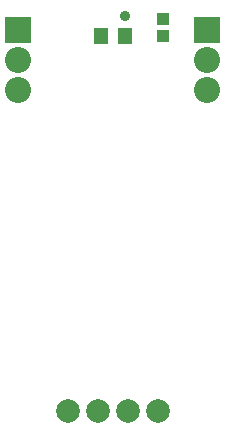
<source format=gts>
G04*
G04 #@! TF.GenerationSoftware,Altium Limited,Altium Designer,18.1.7 (191)*
G04*
G04 Layer_Color=8388736*
%FSLAX44Y44*%
%MOMM*%
G71*
G01*
G75*
%ADD13R,1.0532X1.0532*%
%ADD14R,1.2032X1.4532*%
%ADD15C,2.0032*%
%ADD16C,2.2032*%
%ADD17R,2.2032X2.2032*%
%ADD18C,0.9032*%
D13*
X42500Y474500D02*
D03*
Y460500D02*
D03*
D14*
X-10000Y460000D02*
D03*
X10000D02*
D03*
D15*
X12700Y143000D02*
D03*
X-12700D02*
D03*
X-38100D02*
D03*
X38100D02*
D03*
D16*
X-80000Y414600D02*
D03*
Y440000D02*
D03*
X80000Y414600D02*
D03*
Y440000D02*
D03*
D17*
X-80000Y465400D02*
D03*
X80000D02*
D03*
D18*
X10000Y477500D02*
D03*
M02*

</source>
